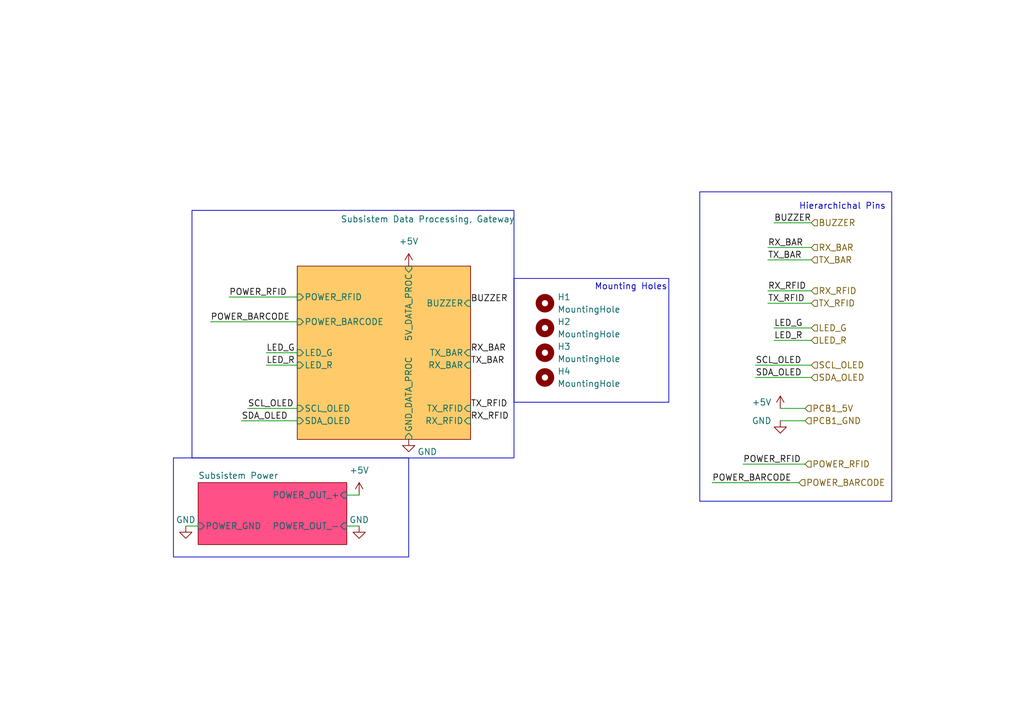
<source format=kicad_sch>
(kicad_sch (version 20230121) (generator eeschema)

  (uuid 89231733-cc75-45be-9df2-447be3a5345e)

  (paper "A5")

  (title_block
    (title "Data Processing, Power, and Gateway (PCB1)")
    (date "2024-03-05")
    (rev "1.5")
    (company "Institut Teknologi Bandung")
    (comment 1 "Bostang Palaguna")
    (comment 2 "Designed By:")
  )

  (lib_symbols
    (symbol "Mechanical:MountingHole" (pin_names (offset 1.016)) (in_bom yes) (on_board yes)
      (property "Reference" "H" (at 0 5.08 0)
        (effects (font (size 1.27 1.27)))
      )
      (property "Value" "MountingHole" (at 0 3.175 0)
        (effects (font (size 1.27 1.27)))
      )
      (property "Footprint" "" (at 0 0 0)
        (effects (font (size 1.27 1.27)) hide)
      )
      (property "Datasheet" "~" (at 0 0 0)
        (effects (font (size 1.27 1.27)) hide)
      )
      (property "ki_keywords" "mounting hole" (at 0 0 0)
        (effects (font (size 1.27 1.27)) hide)
      )
      (property "ki_description" "Mounting Hole without connection" (at 0 0 0)
        (effects (font (size 1.27 1.27)) hide)
      )
      (property "ki_fp_filters" "MountingHole*" (at 0 0 0)
        (effects (font (size 1.27 1.27)) hide)
      )
      (symbol "MountingHole_0_1"
        (circle (center 0 0) (radius 1.27)
          (stroke (width 1.27) (type default))
          (fill (type none))
        )
      )
    )
    (symbol "power:+5V" (power) (pin_names (offset 0)) (in_bom yes) (on_board yes)
      (property "Reference" "#PWR" (at 0 -3.81 0)
        (effects (font (size 1.27 1.27)) hide)
      )
      (property "Value" "+5V" (at 0 3.556 0)
        (effects (font (size 1.27 1.27)))
      )
      (property "Footprint" "" (at 0 0 0)
        (effects (font (size 1.27 1.27)) hide)
      )
      (property "Datasheet" "" (at 0 0 0)
        (effects (font (size 1.27 1.27)) hide)
      )
      (property "ki_keywords" "global power" (at 0 0 0)
        (effects (font (size 1.27 1.27)) hide)
      )
      (property "ki_description" "Power symbol creates a global label with name \"+5V\"" (at 0 0 0)
        (effects (font (size 1.27 1.27)) hide)
      )
      (symbol "+5V_0_1"
        (polyline
          (pts
            (xy -0.762 1.27)
            (xy 0 2.54)
          )
          (stroke (width 0) (type default))
          (fill (type none))
        )
        (polyline
          (pts
            (xy 0 0)
            (xy 0 2.54)
          )
          (stroke (width 0) (type default))
          (fill (type none))
        )
        (polyline
          (pts
            (xy 0 2.54)
            (xy 0.762 1.27)
          )
          (stroke (width 0) (type default))
          (fill (type none))
        )
      )
      (symbol "+5V_1_1"
        (pin power_in line (at 0 0 90) (length 0) hide
          (name "+5V" (effects (font (size 1.27 1.27))))
          (number "1" (effects (font (size 1.27 1.27))))
        )
      )
    )
    (symbol "power:GND" (power) (pin_names (offset 0)) (in_bom yes) (on_board yes)
      (property "Reference" "#PWR" (at 0 -6.35 0)
        (effects (font (size 1.27 1.27)) hide)
      )
      (property "Value" "GND" (at 0 -3.81 0)
        (effects (font (size 1.27 1.27)))
      )
      (property "Footprint" "" (at 0 0 0)
        (effects (font (size 1.27 1.27)) hide)
      )
      (property "Datasheet" "" (at 0 0 0)
        (effects (font (size 1.27 1.27)) hide)
      )
      (property "ki_keywords" "global power" (at 0 0 0)
        (effects (font (size 1.27 1.27)) hide)
      )
      (property "ki_description" "Power symbol creates a global label with name \"GND\" , ground" (at 0 0 0)
        (effects (font (size 1.27 1.27)) hide)
      )
      (symbol "GND_0_1"
        (polyline
          (pts
            (xy 0 0)
            (xy 0 -1.27)
            (xy 1.27 -1.27)
            (xy 0 -2.54)
            (xy -1.27 -1.27)
            (xy 0 -1.27)
          )
          (stroke (width 0) (type default))
          (fill (type none))
        )
      )
      (symbol "GND_1_1"
        (pin power_in line (at 0 0 270) (length 0) hide
          (name "GND" (effects (font (size 1.27 1.27))))
          (number "1" (effects (font (size 1.27 1.27))))
        )
      )
    )
  )


  (wire (pts (xy 152.4 95.25) (xy 165.1 95.25))
    (stroke (width 0) (type default))
    (uuid 005177ee-95e4-4986-bf3e-7ef8c7d7ffe0)
  )
  (wire (pts (xy 157.48 59.69) (xy 166.37 59.69))
    (stroke (width 0) (type default))
    (uuid 05aee8b0-b932-40f3-a143-fd577fe53dfd)
  )
  (wire (pts (xy 157.48 62.23) (xy 166.37 62.23))
    (stroke (width 0) (type default))
    (uuid 21922886-a56f-48a9-9621-0122cecf0c58)
  )
  (wire (pts (xy 154.94 74.93) (xy 166.37 74.93))
    (stroke (width 0) (type default))
    (uuid 2591fe31-91cb-46b7-82e1-df52f0bf01f6)
  )
  (wire (pts (xy 46.99 60.96) (xy 60.96 60.96))
    (stroke (width 0) (type default))
    (uuid 2d588a36-5cf6-403d-b474-dad173eb789b)
  )
  (wire (pts (xy 154.94 77.47) (xy 166.37 77.47))
    (stroke (width 0) (type default))
    (uuid 3dbf1cda-c55f-4860-b35e-af7b7b9326d5)
  )
  (wire (pts (xy 160.02 83.82) (xy 165.1 83.82))
    (stroke (width 0) (type default))
    (uuid 3dc16c1f-678e-4b3a-ae8e-13b8e8822a7c)
  )
  (wire (pts (xy 71.12 107.95) (xy 73.66 107.95))
    (stroke (width 0) (type default))
    (uuid 4462c766-3a40-4211-ae91-a50446c8ad18)
  )
  (wire (pts (xy 54.61 74.93) (xy 60.96 74.93))
    (stroke (width 0) (type default))
    (uuid 6924ef97-5d4b-488e-89dc-6e05489b2684)
  )
  (wire (pts (xy 49.53 86.36) (xy 60.96 86.36))
    (stroke (width 0) (type default))
    (uuid 771a242b-aba9-468a-a1b2-d22ecbad6dd1)
  )
  (wire (pts (xy 158.75 69.85) (xy 166.37 69.85))
    (stroke (width 0) (type default))
    (uuid 820304c0-f01b-43ff-b1b0-a7138d0a9b83)
  )
  (wire (pts (xy 158.75 67.31) (xy 166.37 67.31))
    (stroke (width 0) (type default))
    (uuid 8706f049-b157-4653-8b25-81e1f52a3531)
  )
  (wire (pts (xy 43.18 66.04) (xy 60.96 66.04))
    (stroke (width 0) (type default))
    (uuid b1452c2d-e0d6-446a-ba1b-f8d674e245f8)
  )
  (wire (pts (xy 54.61 72.39) (xy 60.96 72.39))
    (stroke (width 0) (type default))
    (uuid be5404b4-21da-4ca7-b052-469bdd3a4cda)
  )
  (wire (pts (xy 157.48 53.34) (xy 166.37 53.34))
    (stroke (width 0) (type default))
    (uuid bec0c758-1a9d-4852-9525-6a34e12436f7)
  )
  (wire (pts (xy 38.1 107.95) (xy 40.64 107.95))
    (stroke (width 0) (type default))
    (uuid c6800f50-905d-4ca5-b758-f72c43ac2a94)
  )
  (wire (pts (xy 50.8 83.82) (xy 60.96 83.82))
    (stroke (width 0) (type default))
    (uuid d1e5e2b0-0fad-4976-bc02-920c35665851)
  )
  (wire (pts (xy 157.48 50.8) (xy 166.37 50.8))
    (stroke (width 0) (type default))
    (uuid dc318f2b-4770-4df3-8dc4-1b237a9ca41d)
  )
  (wire (pts (xy 71.12 101.6) (xy 73.66 101.6))
    (stroke (width 0) (type default))
    (uuid e7f3dce9-e9bb-4934-b84a-10190ae83f48)
  )
  (wire (pts (xy 146.05 99.06) (xy 163.83 99.06))
    (stroke (width 0) (type default))
    (uuid f29dd05d-5574-4c95-a6ce-e44205926cc5)
  )
  (wire (pts (xy 160.02 86.36) (xy 165.1 86.36))
    (stroke (width 0) (type default))
    (uuid f4b3bf47-78c3-4cb7-a3c9-1aa9de6f57ee)
  )
  (wire (pts (xy 158.75 45.72) (xy 166.37 45.72))
    (stroke (width 0) (type default))
    (uuid fd821c45-f2bb-442a-82c7-cf511a76af64)
  )

  (rectangle (start 39.37 43.18) (end 105.41 93.98)
    (stroke (width 0) (type default))
    (fill (type none))
    (uuid 48d84d8d-925e-4102-803e-1e1d59510b5e)
  )
  (rectangle (start 143.51 39.37) (end 182.88 102.87)
    (stroke (width 0) (type default))
    (fill (type none))
    (uuid 4e04e54f-6eeb-49dc-9b00-0838c3c91ffc)
  )
  (rectangle (start 35.56 93.98) (end 83.82 114.3)
    (stroke (width 0) (type default))
    (fill (type none))
    (uuid 716b59c0-88b2-4be6-950f-37c060570bbb)
  )
  (rectangle (start 105.41 57.15) (end 137.16 82.55)
    (stroke (width 0) (type default))
    (fill (type none))
    (uuid a1ca2836-2676-4f10-958e-48bb653eca56)
  )

  (text "Hierarchichal Pins" (at 163.83 43.18 0)
    (effects (font (size 1.27 1.27)) (justify left bottom))
    (uuid 0c96fbb6-9ae0-48a8-8513-54b300389de1)
  )
  (text "Mounting Holes" (at 121.92 59.69 0)
    (effects (font (size 1.27 1.27)) (justify left bottom))
    (uuid aa796b6f-43be-4662-9b17-dbdbaeb43a22)
  )

  (label "LED_R" (at 54.61 74.93 0) (fields_autoplaced)
    (effects (font (size 1.27 1.27)) (justify left bottom))
    (uuid 02b74158-c8ec-49ab-9308-720cdbdca8aa)
  )
  (label "BUZZER" (at 158.75 45.72 0) (fields_autoplaced)
    (effects (font (size 1.27 1.27)) (justify left bottom))
    (uuid 1c343946-6aed-4982-aacc-415b63ee78d1)
  )
  (label "POWER_BARCODE" (at 146.05 99.06 0) (fields_autoplaced)
    (effects (font (size 1.27 1.27)) (justify left bottom))
    (uuid 1ce1a641-4d1b-4de9-b0e3-02aa88387076)
  )
  (label "POWER_RFID" (at 152.4 95.25 0) (fields_autoplaced)
    (effects (font (size 1.27 1.27)) (justify left bottom))
    (uuid 2345d984-937c-49aa-8ee4-89510087bd63)
  )
  (label "RX_BAR" (at 96.52 72.39 0) (fields_autoplaced)
    (effects (font (size 1.27 1.27)) (justify left bottom))
    (uuid 2c711a38-2b80-4238-a1ae-65f309e357d9)
  )
  (label "RX_RFID" (at 157.48 59.69 0) (fields_autoplaced)
    (effects (font (size 1.27 1.27)) (justify left bottom))
    (uuid 315ec8a4-87b4-4763-96bd-eae9582c44f1)
  )
  (label "LED_G" (at 158.75 67.31 0) (fields_autoplaced)
    (effects (font (size 1.27 1.27)) (justify left bottom))
    (uuid 347d505c-bbce-4e4d-a7e0-c777f7f84b37)
  )
  (label "RX_BAR" (at 157.48 50.8 0) (fields_autoplaced)
    (effects (font (size 1.27 1.27)) (justify left bottom))
    (uuid 3960a475-b0bb-4dbe-911a-3112dc2e0322)
  )
  (label "POWER_RFID" (at 46.99 60.96 0) (fields_autoplaced)
    (effects (font (size 1.27 1.27)) (justify left bottom))
    (uuid 4d8a434b-3a52-45c6-933c-dddfca47abb7)
  )
  (label "SDA_OLED" (at 154.94 77.47 0) (fields_autoplaced)
    (effects (font (size 1.27 1.27)) (justify left bottom))
    (uuid 54334462-f140-48da-b8a7-88f1c0a834ae)
  )
  (label "TX_BAR" (at 157.48 53.34 0) (fields_autoplaced)
    (effects (font (size 1.27 1.27)) (justify left bottom))
    (uuid 5f61672c-344d-4c8d-bc16-63e270cc2530)
  )
  (label "BUZZER" (at 96.52 62.23 0) (fields_autoplaced)
    (effects (font (size 1.27 1.27)) (justify left bottom))
    (uuid 67c6cd6e-a5ce-455d-8dad-a9dbf2298548)
  )
  (label "TX_RFID" (at 157.48 62.23 0) (fields_autoplaced)
    (effects (font (size 1.27 1.27)) (justify left bottom))
    (uuid 6fa71a54-11dd-4270-9b29-1a806a9e948e)
  )
  (label "SCL_OLED" (at 154.94 74.93 0) (fields_autoplaced)
    (effects (font (size 1.27 1.27)) (justify left bottom))
    (uuid 8dafe906-e2c5-4783-9226-ef875c62f69e)
  )
  (label "LED_G" (at 54.61 72.39 0) (fields_autoplaced)
    (effects (font (size 1.27 1.27)) (justify left bottom))
    (uuid 8ff44d6d-e35b-4c67-8f83-75c29eee6b8a)
  )
  (label "SCL_OLED" (at 50.8 83.82 0) (fields_autoplaced)
    (effects (font (size 1.27 1.27)) (justify left bottom))
    (uuid 95a95878-1ce7-4855-88ac-fc92f9fd4ac8)
  )
  (label "SDA_OLED" (at 49.53 86.36 0) (fields_autoplaced)
    (effects (font (size 1.27 1.27)) (justify left bottom))
    (uuid c954a234-7352-4bab-a2f2-84322d179bfb)
  )
  (label "TX_RFID" (at 96.52 83.82 0) (fields_autoplaced)
    (effects (font (size 1.27 1.27)) (justify left bottom))
    (uuid d188687d-1d33-4f65-9220-f96cca029d38)
  )
  (label "LED_R" (at 158.75 69.85 0) (fields_autoplaced)
    (effects (font (size 1.27 1.27)) (justify left bottom))
    (uuid d77be316-e2b8-455d-af13-5fa4045215e0)
  )
  (label "POWER_BARCODE" (at 43.18 66.04 0) (fields_autoplaced)
    (effects (font (size 1.27 1.27)) (justify left bottom))
    (uuid da8beaf2-0d6e-418d-bef6-93b345e5c077)
  )
  (label "RX_RFID" (at 96.52 86.36 0) (fields_autoplaced)
    (effects (font (size 1.27 1.27)) (justify left bottom))
    (uuid e5edf2b4-9ffa-4ad1-b371-abdd64356bc1)
  )
  (label "TX_BAR" (at 96.52 74.93 0) (fields_autoplaced)
    (effects (font (size 1.27 1.27)) (justify left bottom))
    (uuid f448b5b8-9399-4f1d-b48f-60103e900290)
  )

  (hierarchical_label "POWER_BARCODE" (shape input) (at 163.83 99.06 0) (fields_autoplaced)
    (effects (font (size 1.27 1.27)) (justify left))
    (uuid 1bcfa339-3e50-496c-aebb-8512a6316d5e)
  )
  (hierarchical_label "PCB1_GND" (shape input) (at 165.1 86.36 0) (fields_autoplaced)
    (effects (font (size 1.27 1.27)) (justify left))
    (uuid 30fdfff0-3b41-41d6-a9ff-844588e48856)
  )
  (hierarchical_label "RX_BAR" (shape input) (at 166.37 50.8 0) (fields_autoplaced)
    (effects (font (size 1.27 1.27)) (justify left))
    (uuid 3e80dfde-16e3-4f76-a2fb-8f70bd4c75d3)
  )
  (hierarchical_label "BUZZER" (shape input) (at 166.37 45.72 0) (fields_autoplaced)
    (effects (font (size 1.27 1.27)) (justify left))
    (uuid 43ae7e6c-5a0f-4a2f-9cce-a24977557b32)
  )
  (hierarchical_label "LED_R" (shape input) (at 166.37 69.85 0) (fields_autoplaced)
    (effects (font (size 1.27 1.27)) (justify left))
    (uuid 5085742b-7a25-4453-bf34-9833f394c3eb)
  )
  (hierarchical_label "TX_RFID" (shape input) (at 166.37 62.23 0) (fields_autoplaced)
    (effects (font (size 1.27 1.27)) (justify left))
    (uuid 5424a0fe-016c-4033-b214-c77fa0e0fb2e)
  )
  (hierarchical_label "SDA_OLED" (shape input) (at 166.37 77.47 0) (fields_autoplaced)
    (effects (font (size 1.27 1.27)) (justify left))
    (uuid 55e9a26a-2349-43e1-b755-b4b0d82c3621)
  )
  (hierarchical_label "TX_BAR" (shape input) (at 166.37 53.34 0) (fields_autoplaced)
    (effects (font (size 1.27 1.27)) (justify left))
    (uuid 96dc9f63-91e2-4efd-bceb-dc97e9a2bd52)
  )
  (hierarchical_label "RX_RFID" (shape input) (at 166.37 59.69 0) (fields_autoplaced)
    (effects (font (size 1.27 1.27)) (justify left))
    (uuid ac1575f3-cc85-4b54-98a5-d3d9b2659055)
  )
  (hierarchical_label "SCL_OLED" (shape input) (at 166.37 74.93 0) (fields_autoplaced)
    (effects (font (size 1.27 1.27)) (justify left))
    (uuid cfa922bb-6d11-4225-9129-42221a705505)
  )
  (hierarchical_label "POWER_RFID" (shape input) (at 165.1 95.25 0) (fields_autoplaced)
    (effects (font (size 1.27 1.27)) (justify left))
    (uuid e9cce5b4-5677-4287-9fa9-30f819c118dc)
  )
  (hierarchical_label "LED_G" (shape input) (at 166.37 67.31 0) (fields_autoplaced)
    (effects (font (size 1.27 1.27)) (justify left))
    (uuid ee847527-8616-40d8-a304-2a26ddcd5ec7)
  )
  (hierarchical_label "PCB1_5V" (shape input) (at 165.1 83.82 0) (fields_autoplaced)
    (effects (font (size 1.27 1.27)) (justify left))
    (uuid f78baaf1-ede7-4c55-81a0-601d56794727)
  )

  (symbol (lib_id "power:GND") (at 160.02 86.36 0) (unit 1)
    (in_bom yes) (on_board yes) (dnp no)
    (uuid 0cf2a995-76d5-4133-9f15-6e15c6d79239)
    (property "Reference" "#PWR032" (at 160.02 92.71 0)
      (effects (font (size 1.27 1.27)) hide)
    )
    (property "Value" "GND" (at 156.21 86.36 0)
      (effects (font (size 1.27 1.27)))
    )
    (property "Footprint" "" (at 160.02 86.36 0)
      (effects (font (size 1.27 1.27)) hide)
    )
    (property "Datasheet" "" (at 160.02 86.36 0)
      (effects (font (size 1.27 1.27)) hide)
    )
    (pin "1" (uuid 5577c6f2-2fdf-4d97-96e9-e42ca8404cba))
    (instances
      (project "WMS"
        (path "/27842b89-d3ad-4f43-9134-f95cd8633a64/af8a6982-59d0-46e9-a893-abe7f75d8b5d"
          (reference "#PWR032") (unit 1)
        )
      )
    )
  )

  (symbol (lib_id "power:+5V") (at 83.82 54.61 0) (unit 1)
    (in_bom yes) (on_board yes) (dnp no) (fields_autoplaced)
    (uuid 1c95f4d6-013c-4dac-a96a-bed5212e9db7)
    (property "Reference" "#PWR09" (at 83.82 58.42 0)
      (effects (font (size 1.27 1.27)) hide)
    )
    (property "Value" "+5V" (at 83.82 49.53 0)
      (effects (font (size 1.27 1.27)))
    )
    (property "Footprint" "" (at 83.82 54.61 0)
      (effects (font (size 1.27 1.27)) hide)
    )
    (property "Datasheet" "" (at 83.82 54.61 0)
      (effects (font (size 1.27 1.27)) hide)
    )
    (pin "1" (uuid 99f738e0-5548-4111-9d7e-97376517c4fc))
    (instances
      (project "WMS"
        (path "/27842b89-d3ad-4f43-9134-f95cd8633a64/af8a6982-59d0-46e9-a893-abe7f75d8b5d"
          (reference "#PWR09") (unit 1)
        )
      )
    )
  )

  (symbol (lib_id "Mechanical:MountingHole") (at 111.76 62.23 0) (unit 1)
    (in_bom yes) (on_board yes) (dnp no) (fields_autoplaced)
    (uuid 3a761812-854d-43e3-8911-52ebe94663ea)
    (property "Reference" "H1" (at 114.3 60.96 0)
      (effects (font (size 1.27 1.27)) (justify left))
    )
    (property "Value" "MountingHole" (at 114.3 63.5 0)
      (effects (font (size 1.27 1.27)) (justify left))
    )
    (property "Footprint" "MountingHole:MountingHole_2.2mm_M2" (at 111.76 62.23 0)
      (effects (font (size 1.27 1.27)) hide)
    )
    (property "Datasheet" "~" (at 111.76 62.23 0)
      (effects (font (size 1.27 1.27)) hide)
    )
    (instances
      (project "WMS"
        (path "/27842b89-d3ad-4f43-9134-f95cd8633a64/af8a6982-59d0-46e9-a893-abe7f75d8b5d"
          (reference "H1") (unit 1)
        )
      )
    )
  )

  (symbol (lib_id "Mechanical:MountingHole") (at 111.76 72.39 0) (unit 1)
    (in_bom yes) (on_board yes) (dnp no) (fields_autoplaced)
    (uuid 4dd8caee-de36-4c58-8d49-84701f736ef3)
    (property "Reference" "H3" (at 114.3 71.12 0)
      (effects (font (size 1.27 1.27)) (justify left))
    )
    (property "Value" "MountingHole" (at 114.3 73.66 0)
      (effects (font (size 1.27 1.27)) (justify left))
    )
    (property "Footprint" "MountingHole:MountingHole_2.2mm_M2" (at 111.76 72.39 0)
      (effects (font (size 1.27 1.27)) hide)
    )
    (property "Datasheet" "~" (at 111.76 72.39 0)
      (effects (font (size 1.27 1.27)) hide)
    )
    (instances
      (project "WMS"
        (path "/27842b89-d3ad-4f43-9134-f95cd8633a64/af8a6982-59d0-46e9-a893-abe7f75d8b5d"
          (reference "H3") (unit 1)
        )
      )
    )
  )

  (symbol (lib_id "Mechanical:MountingHole") (at 111.76 77.47 0) (unit 1)
    (in_bom yes) (on_board yes) (dnp no) (fields_autoplaced)
    (uuid 6ce52f8f-f9ac-420c-a3a1-7b8e342b9f13)
    (property "Reference" "H4" (at 114.3 76.2 0)
      (effects (font (size 1.27 1.27)) (justify left))
    )
    (property "Value" "MountingHole" (at 114.3 78.74 0)
      (effects (font (size 1.27 1.27)) (justify left))
    )
    (property "Footprint" "MountingHole:MountingHole_2.2mm_M2" (at 111.76 77.47 0)
      (effects (font (size 1.27 1.27)) hide)
    )
    (property "Datasheet" "~" (at 111.76 77.47 0)
      (effects (font (size 1.27 1.27)) hide)
    )
    (instances
      (project "WMS"
        (path "/27842b89-d3ad-4f43-9134-f95cd8633a64/af8a6982-59d0-46e9-a893-abe7f75d8b5d"
          (reference "H4") (unit 1)
        )
      )
    )
  )

  (symbol (lib_id "power:GND") (at 73.66 107.95 0) (unit 1)
    (in_bom yes) (on_board yes) (dnp no)
    (uuid 735e33e7-254f-4a4f-a420-4331fdb8d9f9)
    (property "Reference" "#PWR027" (at 73.66 114.3 0)
      (effects (font (size 1.27 1.27)) hide)
    )
    (property "Value" "GND" (at 73.66 106.68 0)
      (effects (font (size 1.27 1.27)))
    )
    (property "Footprint" "" (at 73.66 107.95 0)
      (effects (font (size 1.27 1.27)) hide)
    )
    (property "Datasheet" "" (at 73.66 107.95 0)
      (effects (font (size 1.27 1.27)) hide)
    )
    (pin "1" (uuid c440a7d7-679c-4a19-81a3-407b8146c18e))
    (instances
      (project "WMS"
        (path "/27842b89-d3ad-4f43-9134-f95cd8633a64/af8a6982-59d0-46e9-a893-abe7f75d8b5d"
          (reference "#PWR027") (unit 1)
        )
      )
    )
  )

  (symbol (lib_id "power:+5V") (at 73.66 101.6 0) (unit 1)
    (in_bom yes) (on_board yes) (dnp no) (fields_autoplaced)
    (uuid 9d7daa51-6191-4c91-a3e0-f1f72d99cc65)
    (property "Reference" "#PWR026" (at 73.66 105.41 0)
      (effects (font (size 1.27 1.27)) hide)
    )
    (property "Value" "+5V" (at 73.66 96.52 0)
      (effects (font (size 1.27 1.27)))
    )
    (property "Footprint" "" (at 73.66 101.6 0)
      (effects (font (size 1.27 1.27)) hide)
    )
    (property "Datasheet" "" (at 73.66 101.6 0)
      (effects (font (size 1.27 1.27)) hide)
    )
    (pin "1" (uuid 0b3b2afb-10b0-40e1-8eda-c5795d0a353b))
    (instances
      (project "WMS"
        (path "/27842b89-d3ad-4f43-9134-f95cd8633a64/af8a6982-59d0-46e9-a893-abe7f75d8b5d"
          (reference "#PWR026") (unit 1)
        )
      )
    )
  )

  (symbol (lib_id "Mechanical:MountingHole") (at 111.76 67.31 0) (unit 1)
    (in_bom yes) (on_board yes) (dnp no) (fields_autoplaced)
    (uuid c2d3a42c-4dd8-45b4-9546-65c21608dc6c)
    (property "Reference" "H2" (at 114.3 66.04 0)
      (effects (font (size 1.27 1.27)) (justify left))
    )
    (property "Value" "MountingHole" (at 114.3 68.58 0)
      (effects (font (size 1.27 1.27)) (justify left))
    )
    (property "Footprint" "MountingHole:MountingHole_2.2mm_M2" (at 111.76 67.31 0)
      (effects (font (size 1.27 1.27)) hide)
    )
    (property "Datasheet" "~" (at 111.76 67.31 0)
      (effects (font (size 1.27 1.27)) hide)
    )
    (instances
      (project "WMS"
        (path "/27842b89-d3ad-4f43-9134-f95cd8633a64/af8a6982-59d0-46e9-a893-abe7f75d8b5d"
          (reference "H2") (unit 1)
        )
      )
    )
  )

  (symbol (lib_id "power:GND") (at 38.1 107.95 0) (unit 1)
    (in_bom yes) (on_board yes) (dnp no)
    (uuid c8ae56e0-7f22-471b-baab-ff4e668b8ad8)
    (property "Reference" "#PWR018" (at 38.1 114.3 0)
      (effects (font (size 1.27 1.27)) hide)
    )
    (property "Value" "GND" (at 38.1 106.68 0)
      (effects (font (size 1.27 1.27)))
    )
    (property "Footprint" "" (at 38.1 107.95 0)
      (effects (font (size 1.27 1.27)) hide)
    )
    (property "Datasheet" "" (at 38.1 107.95 0)
      (effects (font (size 1.27 1.27)) hide)
    )
    (pin "1" (uuid 4c37635d-b78e-4db8-b384-c053570be5a4))
    (instances
      (project "WMS"
        (path "/27842b89-d3ad-4f43-9134-f95cd8633a64/af8a6982-59d0-46e9-a893-abe7f75d8b5d"
          (reference "#PWR018") (unit 1)
        )
      )
    )
  )

  (symbol (lib_id "power:GND") (at 83.82 90.17 0) (unit 1)
    (in_bom yes) (on_board yes) (dnp no)
    (uuid de69df2b-c3a3-4e28-8de0-cb4bd7faa660)
    (property "Reference" "#PWR019" (at 83.82 96.52 0)
      (effects (font (size 1.27 1.27)) hide)
    )
    (property "Value" "GND" (at 87.63 92.71 0)
      (effects (font (size 1.27 1.27)))
    )
    (property "Footprint" "" (at 83.82 90.17 0)
      (effects (font (size 1.27 1.27)) hide)
    )
    (property "Datasheet" "" (at 83.82 90.17 0)
      (effects (font (size 1.27 1.27)) hide)
    )
    (pin "1" (uuid 59ea351d-67b2-4e1b-a02e-9f8f8aff0a38))
    (instances
      (project "WMS"
        (path "/27842b89-d3ad-4f43-9134-f95cd8633a64/af8a6982-59d0-46e9-a893-abe7f75d8b5d"
          (reference "#PWR019") (unit 1)
        )
      )
    )
  )

  (symbol (lib_id "power:+5V") (at 160.02 83.82 0) (unit 1)
    (in_bom yes) (on_board yes) (dnp no)
    (uuid df3f4d8a-0d14-4d90-85f4-0da2d8e13100)
    (property "Reference" "#PWR031" (at 160.02 87.63 0)
      (effects (font (size 1.27 1.27)) hide)
    )
    (property "Value" "+5V" (at 156.21 82.55 0)
      (effects (font (size 1.27 1.27)))
    )
    (property "Footprint" "" (at 160.02 83.82 0)
      (effects (font (size 1.27 1.27)) hide)
    )
    (property "Datasheet" "" (at 160.02 83.82 0)
      (effects (font (size 1.27 1.27)) hide)
    )
    (pin "1" (uuid ebff5755-748a-4061-95e0-6bb52b146b3d))
    (instances
      (project "WMS"
        (path "/27842b89-d3ad-4f43-9134-f95cd8633a64/af8a6982-59d0-46e9-a893-abe7f75d8b5d"
          (reference "#PWR031") (unit 1)
        )
      )
    )
  )

  (sheet (at 40.64 99.06) (size 30.48 12.7) (fields_autoplaced)
    (stroke (width 0.1524) (type solid))
    (fill (color 255 80 135 1.0000))
    (uuid aa8e60b3-f72f-4cc0-913f-dd4c974e64ed)
    (property "Sheetname" "Subsistem Power" (at 40.64 98.3484 0)
      (effects (font (size 1.27 1.27)) (justify left bottom))
    )
    (property "Sheetfile" "Power.kicad_sch" (at 40.64 112.3446 0)
      (effects (font (size 1.27 1.27)) (justify left top) hide)
    )
    (pin "POWER_OUT_+" input (at 71.12 101.6 0)
      (effects (font (size 1.27 1.27)) (justify right))
      (uuid f17a9ebf-cd11-4b16-8208-121e61cc1b86)
    )
    (pin "POWER_OUT_-" input (at 71.12 107.95 0)
      (effects (font (size 1.27 1.27)) (justify right))
      (uuid b3ed8c75-fa95-4784-8caa-8c8b37b3ca50)
    )
    (pin "POWER_GND" input (at 40.64 107.95 180)
      (effects (font (size 1.27 1.27)) (justify left))
      (uuid dadadf49-7a0d-4767-a839-ca7657eb944e)
    )
    (instances
      (project "WMS"
        (path "/27842b89-d3ad-4f43-9134-f95cd8633a64" (page "4"))
        (path "/27842b89-d3ad-4f43-9134-f95cd8633a64/af8a6982-59d0-46e9-a893-abe7f75d8b5d" (page "4"))
      )
    )
  )

  (sheet (at 60.96 54.61) (size 35.56 35.56)
    (stroke (width 0.1524) (type solid))
    (fill (color 255 203 106 1.0000))
    (uuid aefe0d3c-7903-430f-b378-1d7479cef1f2)
    (property "Sheetname" "Subsistem Data Processing, Gateway" (at 69.85 45.72 0)
      (effects (font (size 1.27 1.27)) (justify left bottom))
    )
    (property "Sheetfile" "PSoC.kicad_sch" (at 60.96 90.7546 0)
      (effects (font (size 1.27 1.27)) (justify left top) hide)
    )
    (pin "RX_BAR" input (at 96.52 74.93 0)
      (effects (font (size 1.27 1.27)) (justify right))
      (uuid a36c1fdd-3dc4-4618-aa3d-e239df2cbe91)
    )
    (pin "RX_RFID" input (at 96.52 86.36 0)
      (effects (font (size 1.27 1.27)) (justify right))
      (uuid aac5475b-0a88-4f98-847c-869ebec1b8ea)
    )
    (pin "TX_RFID" input (at 96.52 83.82 0)
      (effects (font (size 1.27 1.27)) (justify right))
      (uuid 1354f984-07a1-4df8-8abc-8693b0b93b85)
    )
    (pin "TX_BAR" input (at 96.52 72.39 0)
      (effects (font (size 1.27 1.27)) (justify right))
      (uuid 3a175178-2e18-468c-ae0c-868c258b0407)
    )
    (pin "GND_DATA_PROC" input (at 83.82 90.17 270)
      (effects (font (size 1.27 1.27)) (justify left))
      (uuid dd754f64-cfa3-4aa7-84dd-f48e8a28ad31)
    )
    (pin "5V_DATA_PROC" input (at 83.82 54.61 90)
      (effects (font (size 1.27 1.27)) (justify right))
      (uuid 9b304b0a-a840-4ecd-9f59-b2b73b63aa2a)
    )
    (pin "LED_G" input (at 60.96 72.39 180)
      (effects (font (size 1.27 1.27)) (justify left))
      (uuid 42def242-7ed3-41aa-afc2-efdd4008be79)
    )
    (pin "LED_R" input (at 60.96 74.93 180)
      (effects (font (size 1.27 1.27)) (justify left))
      (uuid 03e5af6d-e9be-44fb-b421-5bc3c785f5f4)
    )
    (pin "SCL_OLED" input (at 60.96 83.82 180)
      (effects (font (size 1.27 1.27)) (justify left))
      (uuid f4abd8f0-b7ff-4dd5-ae35-6d707c690a47)
    )
    (pin "SDA_OLED" input (at 60.96 86.36 180)
      (effects (font (size 1.27 1.27)) (justify left))
      (uuid 9ec92cce-59e1-44af-994f-57b51908f722)
    )
    (pin "BUZZER" input (at 96.52 62.23 0)
      (effects (font (size 1.27 1.27)) (justify right))
      (uuid ca27e7c5-16b4-4a6d-919b-83181de29bde)
    )
    (pin "POWER_BARCODE" input (at 60.96 66.04 180)
      (effects (font (size 1.27 1.27)) (justify left))
      (uuid 0eff7a49-1ac4-4bb8-ba34-fd598b1c46c5)
    )
    (pin "POWER_RFID" input (at 60.96 60.96 180)
      (effects (font (size 1.27 1.27)) (justify left))
      (uuid 9d88dafd-05fa-4502-8087-081c7bb4f9b7)
    )
    (instances
      (project "WMS"
        (path "/27842b89-d3ad-4f43-9134-f95cd8633a64" (page "2"))
        (path "/27842b89-d3ad-4f43-9134-f95cd8633a64/af8a6982-59d0-46e9-a893-abe7f75d8b5d" (page "2"))
      )
    )
  )
)

</source>
